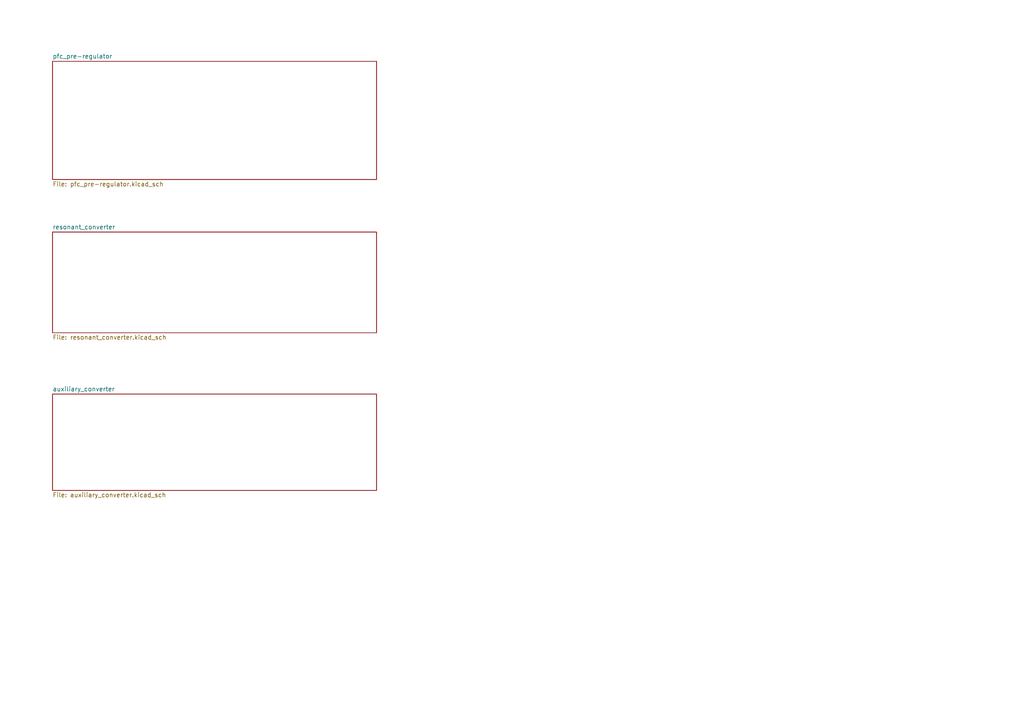
<source format=kicad_sch>
(kicad_sch
	(version 20231120)
	(generator "eeschema")
	(generator_version "8.0")
	(uuid "ab3b6b9f-35a8-4587-9dd4-e6d1eecaa4cd")
	(paper "A4")
	(lib_symbols)
	(sheet
		(at 15.24 114.3)
		(size 93.98 27.94)
		(fields_autoplaced yes)
		(stroke
			(width 0.1524)
			(type solid)
		)
		(fill
			(color 0 0 0 0.0000)
		)
		(uuid "3a489391-526d-4cf8-9f6e-0d0160d52f11")
		(property "Sheetname" "auxiliary_converter"
			(at 15.24 113.5884 0)
			(effects
				(font
					(size 1.27 1.27)
				)
				(justify left bottom)
			)
		)
		(property "Sheetfile" "auxiliary_converter.kicad_sch"
			(at 15.24 142.8246 0)
			(effects
				(font
					(size 1.27 1.27)
				)
				(justify left top)
			)
		)
		(instances
			(project "EVAL6599"
				(path "/ab3b6b9f-35a8-4587-9dd4-e6d1eecaa4cd"
					(page "4")
				)
			)
		)
	)
	(sheet
		(at 15.24 17.78)
		(size 93.98 34.29)
		(fields_autoplaced yes)
		(stroke
			(width 0.1524)
			(type solid)
		)
		(fill
			(color 0 0 0 0.0000)
		)
		(uuid "5bc5b03a-4e45-430f-bfb9-95ce74345f66")
		(property "Sheetname" "pfc_pre-regulator"
			(at 15.24 17.0684 0)
			(effects
				(font
					(size 1.27 1.27)
				)
				(justify left bottom)
			)
		)
		(property "Sheetfile" "pfc_pre-regulator.kicad_sch"
			(at 15.24 52.6546 0)
			(effects
				(font
					(size 1.27 1.27)
				)
				(justify left top)
			)
		)
		(instances
			(project "EVAL6599"
				(path "/ab3b6b9f-35a8-4587-9dd4-e6d1eecaa4cd"
					(page "2")
				)
			)
		)
	)
	(sheet
		(at 15.24 67.31)
		(size 93.98 29.21)
		(fields_autoplaced yes)
		(stroke
			(width 0.1524)
			(type solid)
		)
		(fill
			(color 0 0 0 0.0000)
		)
		(uuid "7986bc9f-085f-4ae4-b7a9-963fb4fbbc74")
		(property "Sheetname" "resonant_converter"
			(at 15.24 66.5984 0)
			(effects
				(font
					(size 1.27 1.27)
				)
				(justify left bottom)
			)
		)
		(property "Sheetfile" "resonant_converter.kicad_sch"
			(at 15.24 97.1046 0)
			(effects
				(font
					(size 1.27 1.27)
				)
				(justify left top)
			)
		)
		(instances
			(project "EVAL6599"
				(path "/ab3b6b9f-35a8-4587-9dd4-e6d1eecaa4cd"
					(page "3")
				)
			)
		)
	)
	(sheet_instances
		(path "/"
			(page "1")
		)
	)
)
</source>
